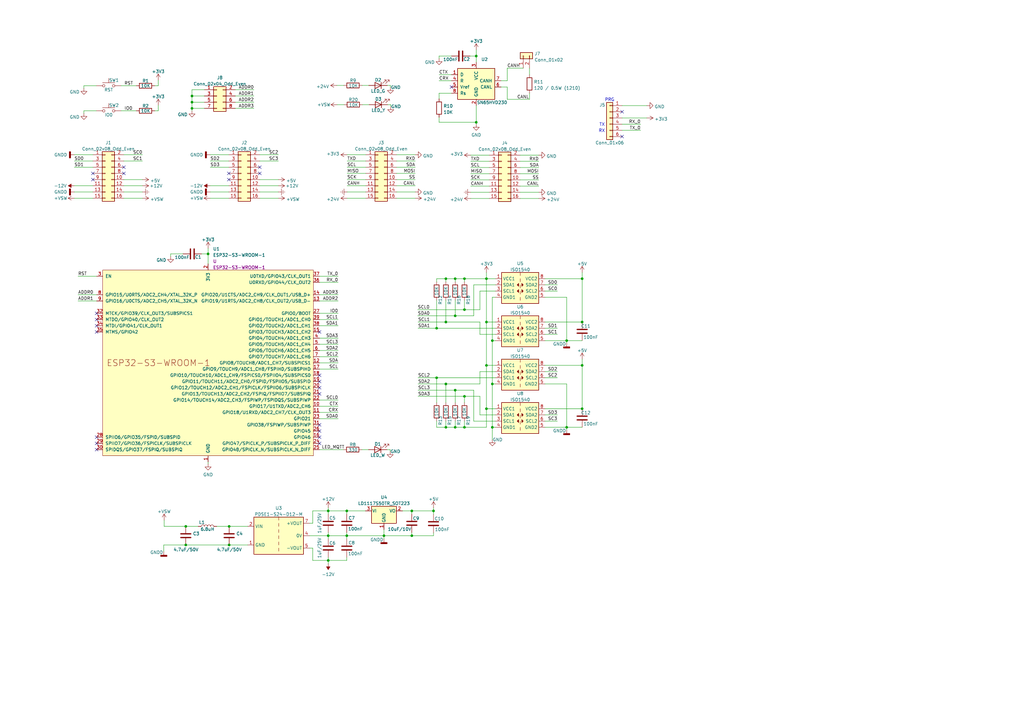
<source format=kicad_sch>
(kicad_sch (version 20211123) (generator eeschema)
  (paper "A3")
  (title_block (title "avert") (date "2023-05-10") (rev "1.2") (company "www.iotvertebrae.com") (comment 1 "Mechanical design: Xavier Pi") (comment 2 "Circuit & PCB design: Jordi Binefa"))
  (junction (at 190.5 162.56))
  (junction (at 142.24 219.71))
  (junction (at 190.5 127))
  (junction (at 195.326 50.165))
  (junction (at 182.88 157.48))
  (junction (at 76.2 215.9))
  (junction (at 201.93 175.26))
  (junction (at 201.93 139.7))
  (junction (at 186.69 129.54))
  (junction (at 179.07 134.62))
  (junction (at 186.69 175.26))
  (junction (at 199.517 132.08))
  (junction (at 238.76 167.64))
  (junction (at 168.91 209.55))
  (junction (at 186.69 160.02))
  (junction (at 199.517 167.64))
  (junction (at 93.98 223.52))
  (junction (at 182.88 132.08))
  (junction (at 134.62 229.87))
  (junction (at 182.88 175.26))
  (junction (at 142.24 209.55))
  (junction (at 199.517 149.86))
  (junction (at 232.41 139.7))
  (junction (at 134.62 209.55))
  (junction (at 93.98 215.9))
  (junction (at 157.48 219.71))
  (junction (at 179.07 154.94))
  (junction (at 238.76 132.08))
  (junction (at 78.74 39.37))
  (junction (at 76.2 223.52))
  (junction (at 182.88 114.3))
  (junction (at 85.344 104.14))
  (junction (at 168.91 219.71))
  (junction (at 177.8 209.55))
  (junction (at 238.76 114.3))
  (junction (at 134.62 219.71))
  (junction (at 186.69 114.3))
  (junction (at 78.74 44.45))
  (junction (at 190.5 114.3))
  (junction (at 238.76 149.86))
  (junction (at 232.41 175.26))
  (junction (at 199.517 114.3))
  (junction (at 195.326 22.987))
  (junction (at 78.74 41.91))
  (junction (at 201.93 157.48))
  (junction (at 190.5 175.26))
  (no_connect (at 131.064 136.144))
  (no_connect (at 39.624 179.324))
  (no_connect (at 38.1 73.66))
  (no_connect (at 131.064 174.244))
  (no_connect (at 255.143 45.847))
  (no_connect (at 255.143 56.007))
  (no_connect (at 39.624 128.524))
  (no_connect (at 131.064 159.004))
  (no_connect (at 50.8 68.58))
  (no_connect (at 93.853 73.66))
  (no_connect (at 131.064 153.924))
  (no_connect (at 39.624 184.404))
  (no_connect (at 106.553 71.12))
  (no_connect (at 39.624 131.064))
  (no_connect (at 38.1 71.12))
  (no_connect (at 39.624 136.144))
  (no_connect (at 39.624 133.604))
  (no_connect (at 39.624 181.864))
  (no_connect (at 50.8 71.12))
  (no_connect (at 106.553 68.58))
  (no_connect (at 131.064 176.784))
  (no_connect (at 131.064 179.324))
  (no_connect (at 131.064 161.544))
  (no_connect (at 93.853 71.12))
  (no_connect (at 131.064 181.864))
  (no_connect (at 131.064 156.464))
  (no_connect (at 185.166 35.687))
  (wire (pts (xy 78.74 44.45) (xy 83.82 44.45)))
  (wire (pts (xy 49.657 35.179) (xy 55.88 35.179)))
  (wire (pts (xy 149.987 66.04) (xy 142.367 66.04)))
  (wire (pts (xy 160.02 184.404) (xy 160.02 185.166)))
  (wire (pts (xy 177.8 208.28) (xy 177.8 209.55)))
  (wire (pts (xy 195.326 22.987) (xy 195.326 25.527)))
  (wire (pts (xy 223.52 175.26) (xy 232.41 175.26)))
  (wire (pts (xy 199.517 167.64) (xy 203.2 167.64)))
  (wire (pts (xy 200.66 63.627) (xy 193.04 63.627)))
  (wire (pts (xy 232.41 175.26) (xy 232.41 176.276)))
  (wire (pts (xy 142.24 229.87) (xy 134.62 229.87)))
  (wire (pts (xy 76.2 223.52) (xy 67.183 223.52)))
  (wire (pts (xy 149.86 209.55) (xy 142.24 209.55)))
  (wire (pts (xy 177.8 219.71) (xy 177.8 218.567)))
  (wire (pts (xy 134.62 208.28) (xy 134.62 209.55)))
  (wire (pts (xy 170.307 81.28) (xy 162.687 81.28)))
  (wire (pts (xy 182.88 123.19) (xy 182.88 132.08)))
  (wire (pts (xy 186.69 160.02) (xy 186.69 165.1)))
  (wire (pts (xy 34.417 45.466) (xy 34.417 46.482)))
  (wire (pts (xy 96.52 41.91) (xy 104.14 41.91)))
  (wire (pts (xy 142.24 228.6) (xy 142.24 229.87)))
  (wire (pts (xy 179.07 154.94) (xy 203.2 154.94)))
  (wire (pts (xy 131.064 184.404) (xy 140.843 184.404)))
  (wire (pts (xy 220.98 81.407) (xy 213.36 81.407)))
  (wire (pts (xy 142.24 218.44) (xy 142.24 219.71)))
  (wire (pts (xy 85.344 104.14) (xy 85.344 108.204)))
  (wire (pts (xy 223.52 152.4) (xy 228.6 152.4)))
  (wire (pts (xy 200.66 81.407) (xy 193.04 81.407)))
  (wire (pts (xy 50.8 76.2) (xy 58.42 76.2)))
  (wire (pts (xy 201.93 139.7) (xy 201.93 157.48)))
  (wire (pts (xy 182.88 157.48) (xy 196.85 157.48)))
  (wire (pts (xy 168.91 209.55) (xy 168.91 210.82)))
  (wire (pts (xy 238.76 111.76) (xy 238.76 114.3)))
  (wire (pts (xy 32.004 123.444) (xy 39.624 123.444)))
  (wire (pts (xy 170.307 78.74) (xy 162.687 78.74)))
  (wire (pts (xy 223.52 149.86) (xy 238.76 149.86)))
  (wire (pts (xy 138.303 42.926) (xy 141.097 42.926)))
  (wire (pts (xy 58.42 63.5) (xy 50.8 63.5)))
  (wire (pts (xy 170.307 73.66) (xy 162.687 73.66)))
  (wire (pts (xy 200.66 76.327) (xy 193.04 76.327)))
  (wire (pts (xy 149.987 73.66) (xy 142.367 73.66)))
  (wire (pts (xy 128.27 214.63) (xy 128.27 209.55)))
  (wire (pts (xy 131.064 131.064) (xy 138.684 131.064)))
  (wire (pts (xy 203.2 170.18) (xy 196.85 170.18)))
  (wire (pts (xy 201.93 121.92) (xy 203.2 121.92)))
  (wire (pts (xy 134.62 219.71) (xy 142.24 219.71)))
  (wire (pts (xy 128.27 209.55) (xy 134.62 209.55)))
  (wire (pts (xy 196.85 137.16) (xy 196.85 132.08)))
  (wire (pts (xy 69.977 104.14) (xy 69.977 105.156)))
  (wire (pts (xy 78.74 41.91) (xy 78.74 44.45)))
  (wire (pts (xy 93.853 78.74) (xy 86.233 78.74)))
  (wire (pts (xy 78.74 41.91) (xy 83.82 41.91)))
  (wire (pts (xy 232.41 139.7) (xy 232.41 121.92)))
  (wire (pts (xy 232.41 139.7) (xy 232.41 140.716)))
  (wire (pts (xy 255.143 53.467) (xy 262.763 53.467)))
  (wire (pts (xy 255.143 43.307) (xy 265.303 43.307)))
  (wire (pts (xy 190.5 172.72) (xy 190.5 175.26)))
  (wire (pts (xy 179.07 123.19) (xy 179.07 134.62)))
  (wire (pts (xy 168.91 219.71) (xy 168.91 218.44)))
  (wire (pts (xy 149.987 63.5) (xy 142.367 63.5)))
  (wire (pts (xy 82.677 104.14) (xy 85.344 104.14)))
  (wire (pts (xy 128.27 224.79) (xy 127 224.79)))
  (wire (pts (xy 131.064 166.624) (xy 138.684 166.624)))
  (wire (pts (xy 180.086 22.987) (xy 180.086 24.003)))
  (wire (pts (xy 179.07 154.94) (xy 179.07 165.1)))
  (wire (pts (xy 185.166 22.987) (xy 180.086 22.987)))
  (wire (pts (xy 78.74 36.83) (xy 78.74 39.37)))
  (wire (pts (xy 220.98 63.627) (xy 213.36 63.627)))
  (wire (pts (xy 131.064 143.764) (xy 138.684 143.764)))
  (wire (pts (xy 182.88 132.08) (xy 196.85 132.08)))
  (wire (pts (xy 232.41 175.26) (xy 232.41 157.48)))
  (wire (pts (xy 223.52 172.72) (xy 228.6 172.72)))
  (wire (pts (xy 205.486 33.147) (xy 208.026 33.147)))
  (wire (pts (xy 190.5 123.19) (xy 190.5 127)))
  (wire (pts (xy 131.064 164.084) (xy 138.684 164.084)))
  (wire (pts (xy 223.52 170.18) (xy 228.6 170.18)))
  (wire (pts (xy 223.52 154.94) (xy 228.6 154.94)))
  (wire (pts (xy 63.5 45.466) (xy 64.897 45.466)))
  (wire (pts (xy 223.52 167.64) (xy 238.76 167.64)))
  (wire (pts (xy 93.853 63.5) (xy 86.233 63.5)))
  (wire (pts (xy 238.76 149.86) (xy 238.76 167.64)))
  (wire (pts (xy 171.323 129.54) (xy 186.69 129.54)))
  (wire (pts (xy 223.52 116.84) (xy 228.6 116.84)))
  (wire (pts (xy 131.064 141.224) (xy 138.684 141.224)))
  (wire (pts (xy 199.517 114.3) (xy 203.2 114.3)))
  (wire (pts (xy 196.85 162.56) (xy 196.85 170.18)))
  (wire (pts (xy 223.52 139.7) (xy 232.41 139.7)))
  (wire (pts (xy 58.42 66.04) (xy 50.8 66.04)))
  (wire (pts (xy 127 214.63) (xy 128.27 214.63)))
  (wire (pts (xy 182.88 114.3) (xy 182.88 115.57)))
  (wire (pts (xy 200.66 78.867) (xy 193.04 78.867)))
  (wire (pts (xy 223.52 119.38) (xy 228.6 119.38)))
  (wire (pts (xy 220.98 68.707) (xy 213.36 68.707)))
  (wire (pts (xy 114.173 73.66) (xy 106.553 73.66)))
  (wire (pts (xy 39.497 35.179) (xy 34.417 35.179)))
  (wire (pts (xy 182.88 172.72) (xy 182.88 175.26)))
  (wire (pts (xy 179.07 175.26) (xy 182.88 175.26)))
  (wire (pts (xy 149.987 78.74) (xy 142.367 78.74)))
  (wire (pts (xy 186.69 114.3) (xy 190.5 114.3)))
  (wire (pts (xy 58.42 81.28) (xy 50.8 81.28)))
  (wire (pts (xy 134.62 219.71) (xy 134.62 220.98)))
  (wire (pts (xy 38.1 66.04) (xy 30.48 66.04)))
  (wire (pts (xy 180.086 30.607) (xy 185.166 30.607)))
  (wire (pts (xy 96.52 36.83) (xy 104.14 36.83)))
  (wire (pts (xy 203.2 119.38) (xy 196.85 119.38)))
  (wire (pts (xy 179.07 134.62) (xy 203.2 134.62)))
  (wire (pts (xy 186.69 114.3) (xy 186.69 115.57)))
  (wire (pts (xy 76.2 215.9) (xy 81.28 215.9)))
  (wire (pts (xy 134.62 218.44) (xy 134.62 219.71)))
  (wire (pts (xy 179.07 115.57) (xy 179.07 114.3)))
  (wire (pts (xy 170.307 63.5) (xy 162.687 63.5)))
  (wire (pts (xy 131.064 133.604) (xy 138.684 133.604)))
  (wire (pts (xy 158.877 35.052) (xy 160.147 35.052)))
  (wire (pts (xy 114.173 66.04) (xy 106.553 66.04)))
  (wire (pts (xy 180.086 48.133) (xy 180.086 50.165)))
  (wire (pts (xy 64.897 43.18) (xy 64.897 45.466)))
  (wire (pts (xy 157.48 217.17) (xy 157.48 219.71)))
  (wire (pts (xy 134.62 209.55) (xy 134.62 210.82)))
  (wire (pts (xy 171.45 132.08) (xy 182.88 132.08)))
  (wire (pts (xy 93.853 68.58) (xy 86.233 68.58)))
  (wire (pts (xy 38.1 63.5) (xy 30.48 63.5)))
  (wire (pts (xy 131.064 171.704) (xy 138.684 171.704)))
  (wire (pts (xy 131.064 169.164) (xy 138.684 169.164)))
  (wire (pts (xy 157.48 219.71) (xy 157.48 220.98)))
  (wire (pts (xy 93.98 223.52) (xy 101.6 223.52)))
  (wire (pts (xy 190.5 162.56) (xy 190.5 165.1)))
  (wire (pts (xy 180.086 33.147) (xy 185.166 33.147)))
  (wire (pts (xy 182.88 114.3) (xy 186.69 114.3)))
  (wire (pts (xy 88.9 215.9) (xy 93.98 215.9)))
  (wire (pts (xy 208.026 40.767) (xy 208.026 35.687)))
  (wire (pts (xy 194.31 172.72) (xy 203.2 172.72)))
  (wire (pts (xy 134.62 229.87) (xy 128.27 229.87)))
  (wire (pts (xy 200.66 73.787) (xy 193.04 73.787)))
  (wire (pts (xy 168.91 219.71) (xy 177.8 219.71)))
  (wire (pts (xy 200.66 66.167) (xy 193.04 66.167)))
  (wire (pts (xy 32.004 113.284) (xy 39.624 113.284)))
  (wire (pts (xy 38.1 68.58) (xy 30.48 68.58)))
  (wire (pts (xy 238.76 114.3) (xy 238.76 132.08)))
  (wire (pts (xy 131.064 151.384) (xy 138.684 151.384)))
  (wire (pts (xy 49.657 45.466) (xy 55.88 45.466)))
  (wire (pts (xy 199.517 167.64) (xy 199.517 175.26)))
  (wire (pts (xy 203.2 175.26) (xy 201.93 175.26)))
  (wire (pts (xy 223.52 137.16) (xy 228.6 137.16)))
  (wire (pts (xy 177.8 209.55) (xy 177.8 210.947)))
  (wire (pts (xy 208.026 27.94) (xy 208.026 33.147)))
  (wire (pts (xy 58.42 73.66) (xy 50.8 73.66)))
  (wire (pts (xy 78.74 39.37) (xy 83.82 39.37)))
  (wire (pts (xy 149.987 68.58) (xy 142.367 68.58)))
  (wire (pts (xy 85.344 189.484) (xy 85.344 190.246)))
  (wire (pts (xy 190.5 114.3) (xy 199.517 114.3)))
  (wire (pts (xy 220.98 78.867) (xy 213.36 78.867)))
  (wire (pts (xy 142.24 209.55) (xy 134.62 209.55)))
  (wire (pts (xy 38.1 76.2) (xy 30.48 76.2)))
  (wire (pts (xy 255.143 48.387) (xy 265.303 48.387)))
  (wire (pts (xy 223.52 132.08) (xy 238.76 132.08)))
  (wire (pts (xy 199.517 132.08) (xy 199.517 149.86)))
  (wire (pts (xy 182.88 157.48) (xy 182.88 165.1)))
  (wire (pts (xy 131.064 115.824) (xy 138.684 115.824)))
  (wire (pts (xy 64.897 32.893) (xy 64.897 35.179)))
  (wire (pts (xy 157.48 219.71) (xy 168.91 219.71)))
  (wire (pts (xy 93.98 215.9) (xy 101.6 215.9)))
  (wire (pts (xy 32.004 120.904) (xy 39.624 120.904)))
  (wire (pts (xy 199.517 111.76) (xy 199.517 114.3)))
  (wire (pts (xy 131.064 120.904) (xy 138.684 120.904)))
  (wire (pts (xy 168.91 209.55) (xy 177.8 209.55)))
  (wire (pts (xy 93.853 66.04) (xy 86.233 66.04)))
  (wire (pts (xy 170.307 68.58) (xy 162.687 68.58)))
  (wire (pts (xy 165.1 209.55) (xy 168.91 209.55)))
  (wire (pts (xy 128.27 229.87) (xy 128.27 224.79)))
  (wire (pts (xy 194.31 116.84) (xy 194.31 129.54)))
  (wire (pts (xy 203.2 152.4) (xy 196.85 152.4)))
  (wire (pts (xy 195.326 20.447) (xy 195.326 22.987)))
  (wire (pts (xy 195.326 50.165) (xy 195.326 50.927)))
  (wire (pts (xy 199.517 149.86) (xy 203.2 149.86)))
  (wire (pts (xy 39.497 45.466) (xy 34.417 45.466)))
  (wire (pts (xy 223.52 134.62) (xy 228.6 134.62)))
  (wire (pts (xy 85.344 101.854) (xy 85.344 104.14)))
  (wire (pts (xy 199.517 132.08) (xy 203.2 132.08)))
  (wire (pts (xy 171.45 162.56) (xy 190.5 162.56)))
  (wire (pts (xy 160.274 42.926) (xy 160.274 43.688)))
  (wire (pts (xy 208.026 35.687) (xy 205.486 35.687)))
  (wire (pts (xy 159.004 42.926) (xy 160.274 42.926)))
  (wire (pts (xy 208.026 40.767) (xy 217.17 40.767)))
  (wire (pts (xy 142.24 219.71) (xy 142.24 220.98)))
  (wire (pts (xy 96.52 39.37) (xy 104.14 39.37)))
  (wire (pts (xy 223.52 114.3) (xy 238.76 114.3)))
  (wire (pts (xy 83.82 36.83) (xy 78.74 36.83)))
  (wire (pts (xy 232.41 121.92) (xy 223.52 121.92)))
  (wire (pts (xy 190.5 162.56) (xy 196.85 162.56)))
  (wire (pts (xy 186.69 175.26) (xy 190.5 175.26)))
  (wire (pts (xy 195.326 43.307) (xy 195.326 50.165)))
  (wire (pts (xy 131.064 123.444) (xy 138.684 123.444)))
  (wire (pts (xy 171.45 154.94) (xy 179.07 154.94)))
  (wire (pts (xy 185.166 38.227) (xy 180.086 38.227)))
  (wire (pts (xy 232.41 175.26) (xy 238.76 175.26)))
  (wire (pts (xy 238.76 147.32) (xy 238.76 149.86)))
  (wire (pts (xy 203.2 137.16) (xy 196.85 137.16)))
  (wire (pts (xy 201.93 139.7) (xy 201.93 121.92)))
  (wire (pts (xy 76.2 215.9) (xy 67.31 215.9)))
  (wire (pts (xy 78.74 39.37) (xy 78.74 41.91)))
  (wire (pts (xy 93.853 81.28) (xy 86.233 81.28)))
  (wire (pts (xy 171.45 160.02) (xy 186.69 160.02)))
  (wire (pts (xy 199.517 114.3) (xy 199.517 132.08)))
  (wire (pts (xy 131.064 148.844) (xy 138.684 148.844)))
  (wire (pts (xy 255.143 50.927) (xy 262.763 50.927)))
  (wire (pts (xy 134.62 229.87) (xy 134.62 231.14)))
  (wire (pts (xy 186.69 172.72) (xy 186.69 175.26)))
  (wire (pts (xy 213.36 76.327) (xy 220.98 76.327)))
  (wire (pts (xy 171.45 157.48) (xy 182.88 157.48)))
  (wire (pts (xy 201.93 157.48) (xy 201.93 175.26)))
  (wire (pts (xy 217.17 38.227) (xy 217.17 40.767)))
  (wire (pts (xy 142.24 209.55) (xy 142.24 210.82)))
  (wire (pts (xy 149.987 76.2) (xy 142.367 76.2)))
  (wire (pts (xy 200.66 71.247) (xy 193.04 71.247)))
  (wire (pts (xy 93.853 76.2) (xy 86.233 76.2)))
  (wire (pts (xy 75.057 104.14) (xy 69.977 104.14)))
  (wire (pts (xy 58.42 78.74) (xy 50.8 78.74)))
  (wire (pts (xy 34.417 35.179) (xy 34.417 36.195)))
  (wire (pts (xy 171.323 127) (xy 190.5 127)))
  (wire (pts (xy 203.2 116.84) (xy 194.31 116.84)))
  (wire (pts (xy 217.17 27.94) (xy 217.17 30.607)))
  (wire (pts (xy 220.98 71.247) (xy 213.36 71.247)))
  (wire (pts (xy 158.75 184.404) (xy 160.02 184.404)))
  (wire (pts (xy 192.786 22.987) (xy 195.326 22.987)))
  (wire (pts (xy 199.517 175.26) (xy 190.5 175.26)))
  (wire (pts (xy 201.93 157.48) (xy 203.2 157.48)))
  (wire (pts (xy 131.064 113.284) (xy 138.684 113.284)))
  (wire (pts (xy 114.173 78.74) (xy 106.553 78.74)))
  (wire (pts (xy 67.183 223.52) (xy 67.183 226.187)))
  (wire (pts (xy 170.307 66.04) (xy 162.687 66.04)))
  (wire (pts (xy 38.1 78.74) (xy 30.48 78.74)))
  (wire (pts (xy 201.93 139.7) (xy 203.2 139.7)))
  (wire (pts (xy 186.69 160.02) (xy 194.31 160.02)))
  (wire (pts (xy 199.517 149.86) (xy 199.517 167.64)))
  (wire (pts (xy 179.07 172.72) (xy 179.07 175.26)))
  (wire (pts (xy 131.064 128.524) (xy 138.684 128.524)))
  (wire (pts (xy 232.41 139.7) (xy 238.76 139.7)))
  (wire (pts (xy 170.307 71.12) (xy 162.687 71.12)))
  (wire (pts (xy 201.93 175.26) (xy 201.93 180.34)))
  (wire (pts (xy 214.63 27.94) (xy 208.026 27.94)))
  (wire (pts (xy 220.98 73.787) (xy 213.36 73.787)))
  (wire (pts (xy 149.987 71.12) (xy 142.367 71.12)))
  (wire (pts (xy 200.66 68.707) (xy 193.04 68.707)))
  (wire (pts (xy 194.31 160.02) (xy 194.31 172.72)))
  (wire (pts (xy 220.98 66.167) (xy 213.36 66.167)))
  (wire (pts (xy 162.687 76.2) (xy 170.307 76.2)))
  (wire (pts (xy 148.717 42.926) (xy 151.384 42.926)))
  (wire (pts (xy 149.987 81.28) (xy 142.367 81.28)))
  (wire (pts (xy 148.59 35.052) (xy 151.257 35.052)))
  (wire (pts (xy 179.07 114.3) (xy 182.88 114.3)))
  (wire (pts (xy 186.69 123.19) (xy 186.69 129.54)))
  (wire (pts (xy 96.52 44.45) (xy 104.14 44.45)))
  (wire (pts (xy 171.45 134.62) (xy 179.07 134.62)))
  (wire (pts (xy 180.086 38.227) (xy 180.086 40.513)))
  (wire (pts (xy 160.147 35.052) (xy 160.147 35.814)))
  (wire (pts (xy 63.5 35.179) (xy 64.897 35.179)))
  (wire (pts (xy 180.086 50.165) (xy 195.326 50.165)))
  (wire (pts (xy 76.2 223.52) (xy 93.98 223.52)))
  (wire (pts (xy 67.31 215.9) (xy 67.31 213.36)))
  (wire (pts (xy 190.5 127) (xy 196.85 127)))
  (wire (pts (xy 38.1 81.28) (xy 30.48 81.28)))
  (wire (pts (xy 106.553 76.2) (xy 114.173 76.2)))
  (wire (pts (xy 142.24 219.71) (xy 157.48 219.71)))
  (wire (pts (xy 186.69 129.54) (xy 194.31 129.54)))
  (wire (pts (xy 196.85 119.38) (xy 196.85 127)))
  (wire (pts (xy 232.41 157.48) (xy 223.52 157.48)))
  (wire (pts (xy 131.064 146.304) (xy 138.684 146.304)))
  (wire (pts (xy 127 219.71) (xy 134.62 219.71)))
  (wire (pts (xy 190.5 114.3) (xy 190.5 115.57)))
  (wire (pts (xy 134.62 229.87) (xy 134.62 228.6)))
  (wire (pts (xy 114.173 81.28) (xy 106.553 81.28)))
  (wire (pts (xy 78.74 44.45) (xy 78.74 45.466)))
  (wire (pts (xy 138.176 35.052) (xy 140.97 35.052)))
  (wire (pts (xy 114.173 63.5) (xy 106.553 63.5)))
  (wire (pts (xy 182.88 175.26) (xy 186.69 175.26)))
  (wire (pts (xy 131.064 138.684) (xy 138.684 138.684)))
  (wire (pts (xy 196.85 152.4) (xy 196.85 157.48)))
  (wire (pts (xy 148.463 184.404) (xy 151.13 184.404)))
  (text "RX" (at 245.491 54.483 0) (effects (font (size 1.27 1.27)) (justify left bottom)))
  (text "TX" (at 245.745 51.943 0) (effects (font (size 1.27 1.27)) (justify left bottom)))
  (text "PRG" (at 248.031 41.783 0) (effects (font (size 1.27 1.27)) (justify left bottom)))
  (label "SCK" (at 142.367 73.66 0))
  (label "SCL3" (at 171.45 160.02 0))
  (label "CANH" (at 193.04 76.327 0))
  (label "SD2" (at 86.233 66.04 0))
  (label "TXD" (at 193.04 66.167 0))
  (label "RX_0" (at 138.684 115.824 180))
  (label "ADDR0" (at 104.14 36.83 180))
  (label "TXD" (at 142.367 66.04 0))
  (label "SS" (at 220.98 73.787 180))
  (label "CANH" (at 208.026 27.94 0))
  (label "SC3" (at 114.173 66.04 180))
  (label "SCL3" (at 138.684 141.224 180))
  (label "ADDR3" (at 138.684 120.904 180))
  (label "RXD" (at 220.98 66.167 180))
  (label "RST" (at 32.004 113.284 0))
  (label "TX_0" (at 138.684 113.284 180))
  (label "ADDR1" (at 104.14 39.37 180))
  (label "ADDR2" (at 138.684 123.444 180))
  (label "SD3" (at 86.233 68.58 0))
  (label "SCL1" (at 171.45 132.08 0))
  (label "SD0" (at 30.48 66.04 0))
  (label "ADDR2" (at 104.14 41.91 180))
  (label "SDA2" (at 171.45 157.48 0))
  (label "SDA3" (at 138.684 138.684 180))
  (label "SCL" (at 193.04 68.707 0))
  (label "SC2" (at 114.173 63.5 180))
  (label "RST" (at 54.61 35.179 180))
  (label "SD1" (at 30.48 68.58 0))
  (label "SDA2" (at 138.684 143.764 180))
  (label "SD1" (at 228.6 134.62 180))
  (label "SCL2" (at 138.684 146.304 180))
  (label "SD3" (at 228.6 170.18 180))
  (label "SC0" (at 58.42 63.5 180))
  (label "SC1" (at 58.42 66.04 180))
  (label "LED_MQTT" (at 131.953 184.404 0))
  (label "SCL2" (at 171.45 154.94 0))
  (label "SC2" (at 228.6 154.94 180))
  (label "SCL1" (at 138.684 131.064 180))
  (label "SC1" (at 228.6 137.16 180))
  (label "SCL0" (at 138.684 164.084 180))
  (label "MOSI" (at 170.307 71.12 180))
  (label "SCK" (at 193.04 73.787 0))
  (label "IO0" (at 138.684 128.524 180))
  (label "SDA1" (at 138.684 133.604 180))
  (label "ADDR0" (at 32.004 120.904 0))
  (label "SDA3" (at 171.45 162.56 0))
  (label "CRX" (at 180.086 33.147 0))
  (label "MISO" (at 142.367 71.12 0))
  (label "MOSI" (at 220.98 71.247 180))
  (label "CRX" (at 138.684 169.164 180))
  (label "SDA" (at 138.684 148.844 180))
  (label "RX_0" (at 262.763 50.927 180))
  (label "SCL0" (at 171.323 127 0))
  (label "RXD" (at 170.307 66.04 180))
  (label "SC3" (at 228.6 172.72 180))
  (label "CANH" (at 142.367 76.2 0))
  (label "SDA1" (at 171.45 134.62 0))
  (label "TX_0" (at 262.763 53.467 180))
  (label "CTX" (at 180.086 30.607 0))
  (label "CANL" (at 170.307 76.2 180))
  (label "ADDR3" (at 104.14 44.45 180))
  (label "SC0" (at 228.6 119.38 180))
  (label "MISO" (at 193.04 71.247 0))
  (label "SDA" (at 220.98 68.707 180))
  (label "SS" (at 170.307 73.66 180))
  (label "IO0" (at 54.356 45.466 180))
  (label "SCL" (at 138.684 151.384 180))
  (label "CANL" (at 220.98 76.327 180))
  (label "CANL" (at 212.09 40.767 0))
  (label "SDA0" (at 138.684 171.704 180))
  (label "SDA" (at 170.307 68.58 180))
  (label "CTX" (at 138.684 166.624 180))
  (label "SD2" (at 228.6 152.4 180))
  (label "SCL" (at 142.367 68.58 0))
  (label "SDA0" (at 171.323 129.54 0))
  (label "SD0" (at 228.6 116.84 180))
  (label "ADDR1" (at 32.004 123.444 0))
  (symbol (lib_id "ecat02_Library:PDSE1-S24-D12-M") (at 114.3 219.71 0) (unit 1)
    (property "Reference" "U3" (at 114.3 208.3902 0))
    (property "Value" "PDSE1-S24-D12-M" (at 114.3 210.9271 0))
    (property "Footprint" "Cui_Converter_DCDC:PDESE1-S24-D12-M" (effects hide))
    (property "Datasheet" "https://www.cui.com/product/resource/pdse1-m.pdf" (effects hide))
  )
  (symbol (lib_id "Connector_Generic:Conn_02x04_Odd_Even") (at 88.9 39.37 0) (unit 1)
    (property "Reference" "J8" (at 90.17 31.8602 0))
    (property "Value" "Conn_02x04_Odd_Even" (at 90.17 34.3971 0))
    (property "Footprint" "Connector_PinHeader_2.54mm:PinHeader_2x04_P2.54mm_Vertical" (effects hide))
  )
  (symbol (lib_id "power:+5V") (at 238.76 111.76 0) (unit 1)
    (property "Reference" "#PWR060" (effects hide))
    (property "Value" "+5V" (at 238.76 108.1842 0))
  )
  (symbol (lib_id "Connector_Generic:Conn_01x06") (at 250.063 48.387 0) (mirror y) (unit 1)
    (property "Reference" "J5" (at 247.015 43.053 0))
    (property "Value" "Conn_01x06" (at 250.063 58.547 0))
    (property "Footprint" "Connector_PinSocket_2.54mm:PinSocket_1x06_P2.54mm_Vertical" (effects hide))
  )
  (symbol (lib_id "Regulator_Linear:LD1117S50TR_SOT223") (at 157.48 209.55 0) (unit 1)
    (property "Reference" "U4" (at 157.48 203.9452 0))
    (property "Value" "LD1117S50TR_SOT223" (at 157.48 206.4821 0))
    (property "Footprint" "Package_TO_SOT_SMD:SOT-223-3_TabPin2" (effects hide))
    (property "Datasheet" "http://www.st.com/st-web-ui/static/active/en/resource/technical/document/datasheet/CD00000544.pdf" (effects hide))
  )
  (symbol (lib_id "Device:R") (at 144.907 42.926 90) (unit 1)
    (property "Reference" "R20" (at 144.907 40.894 90))
    (property "Value" "10K" (at 145.034 43.053 90))
    (property "Footprint" "Resistor_SMD:R_0805_2012Metric_Pad1.20x1.40mm_HandSolder" (effects hide))
  )
  (symbol (lib_id "power:+3V3") (at 142.367 63.5 90) (unit 1)
    (property "Reference" "#PWR029" (effects hide))
    (property "Value" "+3V3" (at 139.192 63.0662 90) (effects (justify left)))
  )
  (symbol (lib_id "power:GNDD") (at 30.48 78.74 270) (unit 1)
    (property "Reference" "#PWR03" (effects hide))
    (property "Value" "GNDD" (at 24.892 78.74 90))
  )
  (symbol (lib_id "Connector_Generic:Conn_02x08_Odd_Even") (at 43.18 71.12 0) (unit 1)
    (property "Reference" "J1" (at 44.45 58.5302 0))
    (property "Value" "Conn_02x08_Odd_Even" (at 44.45 61.0671 0))
    (property "Footprint" "Connector_IDC:IDC-Header_2x08_P2.54mm_Vertical" (effects hide))
  )
  (symbol (lib_id "power:-12V") (at 134.62 231.14 180) (unit 1)
    (property "Reference" "#PWR053" (effects hide))
    (property "Value" "-12V" (at 134.62 235.5834 0))
  )
  (symbol (lib_id "Device:C") (at 188.976 22.987 90) (unit 1)
    (property "Reference" "C2" (at 191.389 24.257 90))
    (property "Value" "100nF" (at 184.785 24.384 90))
    (property "Footprint" "Capacitor_SMD:C_0805_2012Metric_Pad1.18x1.45mm_HandSolder" (effects hide))
  )
  (symbol (lib_id "power:GND") (at 34.417 36.195 0) (unit 1)
    (property "Reference" "#PWR05" (effects hide))
    (property "Value" "GND" (at 30.607 37.719 0))
  )
  (symbol (lib_id "power:+VSW") (at 138.303 42.926 90) (unit 1)
    (property "Reference" "#PWR0101" (effects hide))
    (property "Value" "+VSW" (at 130.048 42.926 90) (effects (justify right)))
  )
  (symbol (lib_id "Device:C") (at 134.62 224.79 0) (unit 1)
    (property "Reference" "C6" (at 135.001 222.758 0) (effects (justify left)))
    (property "Value" "1uF/25V" (at 131.064 228.981 90) (effects (justify left)))
    (property "Footprint" "Capacitor_SMD:C_0805_2012Metric_Pad1.18x1.45mm_HandSolder" (effects hide))
  )
  (symbol (lib_id "power:GND") (at 220.98 78.867 90) (unit 1)
    (property "Reference" "#PWR044" (effects hide))
    (property "Value" "GND" (at 224.155 79.3008 90) (effects (justify right)))
  )
  (symbol (lib_id "power:+5V") (at 114.173 73.66 270) (unit 1)
    (property "Reference" "#PWR026" (effects hide))
    (property "Value" "+5V" (at 117.348 74.0938 90) (effects (justify left)))
  )
  (symbol (lib_id "power:GND") (at 85.344 190.246 0) (unit 1)
    (property "Reference" "#PWR018" (effects hide))
    (property "Value" "GND" (at 85.344 194.6894 0))
  )
  (symbol (lib_id "power:Earth") (at 193.04 78.867 270) (unit 1)
    (property "Reference" "#PWR039" (effects hide))
    (property "Value" "Earth" (effects hide))
  )
  (symbol (lib_id "Device:R") (at 144.78 35.052 90) (unit 1)
    (property "Reference" "R9" (at 144.78 33.02 90))
    (property "Value" "10K" (at 144.907 35.179 90))
    (property "Footprint" "Resistor_SMD:R_0805_2012Metric_Pad1.20x1.40mm_HandSolder" (effects hide))
  )
  (symbol (lib_id "power:+24V") (at 138.176 35.052 90) (unit 1)
    (property "Reference" "#PWR028" (effects hide))
    (property "Value" "+24V" (at 135.001 35.4858 90) (effects (justify left)))
  )
  (symbol (lib_id "power:GND") (at 78.74 45.466 0) (unit 1)
    (property "Reference" "#PWR016" (effects hide))
    (property "Value" "GND" (at 74.93 46.99 0))
  )
  (symbol (lib_id "power:+24V") (at 142.367 81.28 90) (unit 1)
    (property "Reference" "#PWR031" (effects hide))
    (property "Value" "+24V" (at 139.192 81.7138 90) (effects (justify left)))
  )
  (symbol (lib_id "power:GND") (at 160.02 185.166 0) (unit 1)
    (property "Reference" "#PWR032" (effects hide))
    (property "Value" "GND" (at 162.179 185.166 0))
  )
  (symbol (lib_id "Device:C") (at 238.76 171.45 180) (unit 1)
    (property "Reference" "C12" (at 240.284 169.291 0))
    (property "Value" "100nF" (at 242.316 173.863 0))
    (property "Footprint" "Capacitor_SMD:C_0805_2012Metric_Pad1.18x1.45mm_HandSolder" (effects hide))
  )
  (symbol (lib_id "power:+5V") (at 177.8 208.28 0) (unit 1)
    (property "Reference" "#PWR055" (effects hide))
    (property "Value" "+5V" (at 177.8 204.7042 0))
  )
  (symbol (lib_id "Switch:SW_Push") (at 44.577 45.466 0) (unit 1)
    (property "Reference" "SW2" (at 46.736 43.18 0))
    (property "Value" "IO0" (at 44.577 47.117 0))
    (property "Footprint" "Button_Switch_SMD:SW_SPST_CK_RS282G05A3" (effects hide))
  )
  (symbol (lib_id "Device:R") (at 179.07 119.38 0) (unit 1)
    (property "Reference" "R12" (at 180.594 124.968 90) (effects (justify left)))
    (property "Value" "10K" (at 179.07 121.285 90) (effects (justify left)))
    (property "Footprint" "Resistor_SMD:R_0805_2012Metric_Pad1.20x1.40mm_HandSolder" (effects hide))
  )
  (symbol (lib_id "Device:LED") (at 154.94 184.404 180) (unit 1)
    (property "Reference" "D1" (at 154.94 182.118 0))
    (property "Value" "LED_W" (at 154.94 186.69 0))
    (property "Footprint" "LED_SMD:LED_1206_3216Metric_Pad1.42x1.75mm_HandSolder" (effects hide))
  )
  (symbol (lib_id "power:+5V") (at 238.76 147.32 0) (unit 1)
    (property "Reference" "#PWR061" (effects hide))
    (property "Value" "+5V" (at 238.76 143.7442 0))
  )
  (symbol (lib_id "Isolator:ISO1540") (at 213.36 152.4 0) (unit 1)
    (property "Reference" "U7" (at 213.36 143.6202 0))
    (property "Value" "ISO1540" (at 213.36 146.1571 0))
    (property "Footprint" "Package_SO:SOIC-8_3.9x4.9mm_P1.27mm" (effects hide))
    (property "Datasheet" "http://www.ti.com/lit/ds/symlink/iso1541.pdf" (effects hide))
  )
  (symbol (lib_id "Device:R") (at 186.69 119.38 0) (unit 1)
    (property "Reference" "R16" (at 188.214 124.968 90) (effects (justify left)))
    (property "Value" "10K" (at 186.69 121.285 90) (effects (justify left)))
    (property "Footprint" "Resistor_SMD:R_0805_2012Metric_Pad1.20x1.40mm_HandSolder" (effects hide))
  )
  (symbol (lib_id "power:GND") (at 180.086 24.003 0) (unit 1)
    (property "Reference" "#PWR037" (effects hide))
    (property "Value" "GND" (at 176.276 25.527 0))
  )
  (symbol (lib_id "power:+12V") (at 134.62 208.28 0) (unit 1)
    (property "Reference" "#PWR052" (effects hide))
    (property "Value" "+12V" (at 134.62 204.7042 0))
  )
  (symbol (lib_id "power:GND") (at 195.326 50.927 0) (unit 1)
    (property "Reference" "#PWR042" (effects hide))
    (property "Value" "GND" (at 195.326 55.3704 0))
  )
  (symbol (lib_id "Connector_Generic:Conn_02x08_Odd_Even") (at 98.933 71.12 0) (unit 1)
    (property "Reference" "J2" (at 100.203 58.5302 0))
    (property "Value" "Conn_02x08_Odd_Even" (at 100.203 61.0671 0))
    (property "Footprint" "Connector_IDC:IDC-Header_2x08_P2.54mm_Vertical" (effects hide))
  )
  (symbol (lib_id "Device:C") (at 134.62 214.63 0) (unit 1)
    (property "Reference" "C5" (at 135.001 212.471 0) (effects (justify left)))
    (property "Value" "1uF/25V" (at 131.064 218.821 90) (effects (justify left)))
    (property "Footprint" "Capacitor_SMD:C_0805_2012Metric_Pad1.18x1.45mm_HandSolder" (effects hide))
  )
  (symbol (lib_id "power:GND") (at 160.147 35.814 0) (unit 1)
    (property "Reference" "#PWR033" (effects hide))
    (property "Value" "GND" (at 162.306 35.814 0))
  )
  (symbol (lib_id "power:GNDD") (at 30.48 63.5 270) (unit 1)
    (property "Reference" "#PWR01" (effects hide))
    (property "Value" "GNDD" (at 24.892 63.5 90))
  )
  (symbol (lib_id "Device:R") (at 180.086 44.323 0) (unit 1)
    (property "Reference" "R10" (at 181.864 43.4883 0) (effects (justify left)))
    (property "Value" "10K" (at 181.864 46.0252 0) (effects (justify left)))
    (property "Footprint" "Resistor_SMD:R_0805_2012Metric_Pad1.20x1.40mm_HandSolder" (effects hide))
  )
  (symbol (lib_id "Interface_CAN_LIN:SN65HVD230") (at 195.326 33.147 0) (unit 1)
    (property "Reference" "U2" (at 197.3454 24.3672 0) (effects (justify left)))
    (property "Value" "SN65HVD230" (at 195.58 42.037 0) (effects (justify left)))
    (property "Footprint" "Package_SO:SOIC-8_3.9x4.9mm_P1.27mm" (effects hide))
    (property "Datasheet" "http://www.ti.com/lit/ds/symlink/sn65hvd230.pdf" (effects hide))
  )
  (symbol (lib_id "power:+VSW") (at 58.42 81.28 270) (unit 1)
    (property "Reference" "#PWR011" (effects hide))
    (property "Value" "+VSW" (at 61.595 81.7138 90) (effects (justify left)))
  )
  (symbol (lib_id "Device:R") (at 217.17 34.417 0) (unit 1)
    (property "Reference" "R11" (at 218.948 33.5823 0) (effects (justify left)))
    (property "Value" "120 / 0.5W (1210)" (at 218.948 36.1192 0) (effects (justify left)))
    (property "Footprint" "Resistor_SMD:R_1210_3225Metric_Pad1.30x2.65mm_HandSolder" (effects hide))
  )
  (symbol (lib_id "power:+12V") (at 114.173 76.2 270) (unit 1)
    (property "Reference" "#PWR027" (effects hide))
    (property "Value" "+12V" (at 122.428 76.2 90) (effects (justify right)))
  )
  (symbol (lib_id "power:+12V") (at 58.42 76.2 270) (unit 1)
    (property "Reference" "#PWR09" (effects hide))
    (property "Value" "+12V" (at 66.675 76.2 90) (effects (justify right)))
  )
  (symbol (lib_id "power:GND") (at 34.417 46.482 0) (unit 1)
    (property "Reference" "#PWR06" (effects hide))
    (property "Value" "GND" (at 30.607 48.006 0))
  )
  (symbol (lib_id "Device:R") (at 179.07 168.91 0) (unit 1)
    (property "Reference" "R13" (at 180.594 174.498 90) (effects (justify left)))
    (property "Value" "10K" (at 179.07 170.815 90) (effects (justify left)))
    (property "Footprint" "Resistor_SMD:R_0805_2012Metric_Pad1.20x1.40mm_HandSolder" (effects hide))
  )
  (symbol (lib_id "power:+3V3") (at 64.897 32.893 0) (unit 1)
    (property "Reference" "#PWR012" (effects hide))
    (property "Value" "+3V3" (at 64.897 29.3172 0))
  )
  (symbol (lib_id "Espressif:ESP32-S3-WROOM-1") (at 85.344 148.844 0) (unit 1)
    (property "Reference" "U1" (at 87.3634 102.0974 0) (effects (justify left)))
    (property "Value" "ESP32-S3-WROOM-1" (at 87.3634 104.6343 0) (effects (justify left)))
    (property "Footprint" "Espressif:ESP32-S3-WROOM-1U" (effects hide))
    (property "Reference_1" "U" (at 87.3634 107.1712 0) (effects (justify left)))
    (property "Value_1" "ESP32-S3-WROOM-1" (at 87.3634 109.7081 0) (effects (justify left)))
    (property "Footprint_1" "Espressif:ESP32-S3-WROOM-1" (effects hide))
    (property "Datasheet_1" "https://www.espressif.com/sites/default/files/documentation/esp32-s3-wroom-1_wroom-1u_datasheet_en.pdf" (effects hide))
  )
  (symbol (lib_id "Connector_Generic:Conn_02x08_Odd_Even") (at 155.067 71.12 0) (unit 1)
    (property "Reference" "J3" (at 156.337 58.5302 0))
    (property "Value" "Conn_02x08_Odd_Even" (at 156.337 61.0671 0))
    (property "Footprint" "Connector_IDC:IDC-Header_2x08_P2.54mm_Vertical" (effects hide))
  )
  (symbol (lib_id "power:GNDD") (at 86.233 63.5 270) (unit 1)
    (property "Reference" "#PWR021" (effects hide))
    (property "Value" "GNDD" (at 80.645 63.5 90))
  )
  (symbol (lib_id "power:GND") (at 160.274 43.688 0) (unit 1)
    (property "Reference" "#PWR0102" (effects hide))
    (property "Value" "GND" (at 162.433 43.688 0))
  )
  (symbol (lib_id "power:GNDD") (at 232.41 176.276 0) (unit 1)
    (property "Reference" "#PWR059" (effects hide))
    (property "Value" "GNDD" (at 229.489 176.657 0))
  )
  (symbol (lib_id "Device:C") (at 177.8 214.757 0) (unit 1)
    (property "Reference" "C10" (at 178.181 212.725 0) (effects (justify left)))
    (property "Value" "100nF" (at 178.308 217.17 0) (effects (justify left)))
    (property "Footprint" "Capacitor_SMD:C_0805_2012Metric_Pad1.18x1.45mm_HandSolder" (effects hide))
  )
  (symbol (lib_id "power:GNDD") (at 157.48 220.98 0) (unit 1)
    (property "Reference" "#PWR054" (effects hide))
    (property "Value" "GNDD" (at 154.559 221.361 0))
  )
  (symbol (lib_id "power:+VSW") (at 30.48 81.28 90) (unit 1)
    (property "Reference" "#PWR04" (effects hide))
    (property "Value" "+VSW" (at 22.098 81.28 90) (effects (justify right)))
  )
  (symbol (lib_id "Device:C") (at 168.91 214.63 0) (unit 1)
    (property "Reference" "C9" (at 169.291 212.598 0) (effects (justify left)))
    (property "Value" "10uF/10V" (at 159.004 217.043 0) (effects (justify left)))
    (property "Footprint" "Capacitor_SMD:C_0805_2012Metric_Pad1.18x1.45mm_HandSolder" (effects hide))
  )
  (symbol (lib_id "Device:R") (at 190.5 168.91 0) (unit 1)
    (property "Reference" "R19" (at 192.024 174.498 90) (effects (justify left)))
    (property "Value" "10K" (at 190.5 170.815 90) (effects (justify left)))
    (property "Footprint" "Resistor_SMD:R_0805_2012Metric_Pad1.20x1.40mm_HandSolder" (effects hide))
  )
  (symbol (lib_id "Device:LED") (at 155.067 35.052 180) (unit 1)
    (property "Reference" "D2" (at 155.067 32.766 0))
    (property "Value" "LED_G" (at 155.067 37.338 0))
    (property "Footprint" "LED_SMD:LED_1206_3216Metric_Pad1.42x1.75mm_HandSolder" (effects hide))
  )
  (symbol (lib_id "power:Earth") (at 142.367 78.74 270) (unit 1)
    (property "Reference" "#PWR030" (effects hide))
    (property "Value" "Earth" (effects hide))
  )
  (symbol (lib_id "Device:L") (at 85.09 215.9 90) (unit 1)
    (property "Reference" "L1" (at 82.804 214.249 90))
    (property "Value" "6.8uH" (at 85.09 217.043 90))
    (property "Footprint" "Inductor_SMD:L_Bourns_SRP7028A_7.3x6.6mm" (effects hide))
  )
  (symbol (lib_id "power:+3V3") (at 193.04 63.627 90) (unit 1)
    (property "Reference" "#PWR038" (effects hide))
    (property "Value" "+3V3" (at 189.865 63.1932 90) (effects (justify left)))
  )
  (symbol (lib_id "Connector_Generic:Conn_02x08_Odd_Even") (at 205.74 71.247 0) (unit 1)
    (property "Reference" "J4" (at 207.01 58.6572 0))
    (property "Value" "Conn_02x08_Odd_Even" (at 207.01 61.1941 0))
    (property "Footprint" "Connector_IDC:IDC-Header_2x08_P2.54mm_Vertical" (effects hide))
  )
  (symbol (lib_id "power:+3V3") (at 265.303 48.387 270) (unit 1)
    (property "Reference" "#PWR047" (effects hide))
    (property "Value" "+3V3" (at 268.478 48.8208 90) (effects (justify left)))
  )
  (symbol (lib_id "power:+3V3") (at 64.897 43.18 0) (unit 1)
    (property "Reference" "#PWR013" (effects hide))
    (property "Value" "+3V3" (at 64.897 39.6042 0))
  )
  (symbol (lib_id "power:GNDD") (at 67.183 226.187 0) (unit 1)
    (property "Reference" "#PWR019" (effects hide))
    (property "Value" "GNDD" (at 64.262 226.568 0))
  )
  (symbol (lib_id "power:Earth") (at 114.173 78.74 90) (unit 1)
    (property "Reference" "#PWR050" (effects hide))
    (property "Value" "Earth" (effects hide))
  )
  (symbol (lib_id "power:+24V") (at 193.04 81.407 90) (unit 1)
    (property "Reference" "#PWR040" (effects hide))
    (property "Value" "+24V" (at 189.865 81.8408 90) (effects (justify left)))
  )
  (symbol (lib_id "Connector_Generic:Conn_01x02") (at 214.63 22.86 90) (unit 1)
    (property "Reference" "J7" (at 219.202 22.0253 90) (effects (justify right)))
    (property "Value" "Conn_01x02" (at 219.202 24.5622 90) (effects (justify right)))
    (property "Footprint" "Connector_PinHeader_2.54mm:PinHeader_1x02_P2.54mm_Vertical" (effects hide))
  )
  (symbol (lib_id "Device:C") (at 142.24 214.63 0) (unit 1)
    (property "Reference" "C7" (at 142.875 212.471 0) (effects (justify left)))
    (property "Value" "100nF" (at 142.748 216.916 0) (effects (justify left)))
    (property "Footprint" "Capacitor_SMD:C_0805_2012Metric_Pad1.18x1.45mm_HandSolder" (effects hide))
  )
  (symbol (lib_id "power:GNDD") (at 232.41 140.716 0) (unit 1)
    (property "Reference" "#PWR058" (effects hide))
    (property "Value" "GNDD" (at 229.489 141.097 0))
  )
  (symbol (lib_id "Isolator:ISO1540") (at 213.36 134.62 0) (unit 1)
    (property "Reference" "U6" (at 213.36 125.8402 0))
    (property "Value" "ISO1540" (at 213.36 128.3771 0))
    (property "Footprint" "Package_SO:SOIC-8_3.9x4.9mm_P1.27mm" (effects hide))
    (property "Datasheet" "http://www.ti.com/lit/ds/symlink/iso1541.pdf" (effects hide))
  )
  (symbol (lib_id "power:Earth") (at 58.42 78.74 90) (unit 1)
    (property "Reference" "#PWR010" (effects hide))
    (property "Value" "Earth" (effects hide))
  )
  (symbol (lib_id "power:-12V") (at 30.48 76.2 90) (unit 1)
    (property "Reference" "#PWR02" (effects hide))
    (property "Value" "-12V" (at 22.098 76.2 90) (effects (justify right)))
  )
  (symbol (lib_id "Device:R") (at 59.69 45.466 90) (unit 1)
    (property "Reference" "R2" (at 59.69 43.434 90))
    (property "Value" "10K" (at 59.69 45.466 90))
    (property "Footprint" "Resistor_SMD:R_0805_2012Metric_Pad1.20x1.40mm_HandSolder" (effects hide))
  )
  (symbol (lib_id "Device:R") (at 186.69 168.91 0) (unit 1)
    (property "Reference" "R17" (at 188.214 174.498 90) (effects (justify left)))
    (property "Value" "10K" (at 186.69 170.815 90) (effects (justify left)))
    (property "Footprint" "Resistor_SMD:R_0805_2012Metric_Pad1.20x1.40mm_HandSolder" (effects hide))
  )
  (symbol (lib_id "power:+3V3") (at 195.326 20.447 0) (unit 1)
    (property "Reference" "#PWR041" (effects hide))
    (property "Value" "+3V3" (at 195.326 16.8712 0))
  )
  (symbol (lib_id "power:+3V3") (at 85.344 101.854 0) (unit 1)
    (property "Reference" "#PWR017" (effects hide))
    (property "Value" "+3V3" (at 85.344 98.2782 0))
  )
  (symbol (lib_id "Device:R") (at 182.88 168.91 0) (unit 1)
    (property "Reference" "R15" (at 184.404 174.498 90) (effects (justify left)))
    (property "Value" "10K" (at 182.88 170.815 90) (effects (justify left)))
    (property "Footprint" "Resistor_SMD:R_0805_2012Metric_Pad1.20x1.40mm_HandSolder" (effects hide))
  )
  (symbol (lib_id "power:+VSW") (at 114.173 81.28 270) (unit 1)
    (property "Reference" "#PWR051" (effects hide))
    (property "Value" "+VSW" (at 117.348 81.7138 90) (effects (justify left)))
  )
  (symbol (lib_id "power:+VSW") (at 86.233 81.28 90) (unit 1)
    (property "Reference" "#PWR025" (effects hide))
    (property "Value" "+VSW" (at 77.851 81.28 90) (effects (justify right)))
  )
  (symbol (lib_id "power:GND") (at 170.307 63.5 90) (unit 1)
    (property "Reference" "#PWR034" (effects hide))
    (property "Value" "GND" (at 173.482 63.9338 90) (effects (justify right)))
  )
  (symbol (lib_id "Switch:SW_Push") (at 44.577 35.179 0) (unit 1)
    (property "Reference" "SW1" (at 46.736 32.893 0))
    (property "Value" "RST" (at 44.577 36.83 0))
    (property "Footprint" "Button_Switch_SMD:SW_SPST_CK_RS282G05A3" (effects hide))
  )
  (symbol (lib_id "power:GND") (at 265.303 43.307 90) (unit 1)
    (property "Reference" "#PWR046" (effects hide))
    (property "Value" "GND" (at 268.478 43.7408 90) (effects (justify right)))
  )
  (symbol (lib_id "Device:LED") (at 155.194 42.926 180) (unit 1)
    (property "Reference" "D3" (at 155.194 40.64 0))
    (property "Value" "LED_Y" (at 155.194 45.212 0))
    (property "Footprint" "LED_SMD:LED_1206_3216Metric_Pad1.42x1.75mm_HandSolder" (effects hide))
  )
  (symbol (lib_id "Device:C") (at 78.867 104.14 90) (unit 1)
    (property "Reference" "C1" (at 81.28 105.41 90))
    (property "Value" "100nF" (at 74.676 105.537 90))
    (property "Footprint" "Capacitor_SMD:C_0805_2012Metric_Pad1.18x1.45mm_HandSolder" (effects hide))
  )
  (symbol (lib_id "Device:C") (at 238.76 135.89 180) (unit 1)
    (property "Reference" "C11" (at 240.284 133.731 0))
    (property "Value" "100nF" (at 242.316 138.303 0))
    (property "Footprint" "Capacitor_SMD:C_0805_2012Metric_Pad1.18x1.45mm_HandSolder" (effects hide))
  )
  (symbol (lib_id "Device:R") (at 144.653 184.404 90) (unit 1)
    (property "Reference" "R8" (at 144.653 182.372 90))
    (property "Value" "330" (at 144.78 184.531 90))
    (property "Footprint" "Resistor_SMD:R_0805_2012Metric_Pad1.20x1.40mm_HandSolder" (effects hide))
  )
  (symbol (lib_id "Isolator:ISO1540") (at 213.36 170.18 0) (unit 1)
    (property "Reference" "U8" (at 213.36 161.4002 0))
    (property "Value" "ISO1540" (at 213.36 163.9371 0))
    (property "Footprint" "Package_SO:SOIC-8_3.9x4.9mm_P1.27mm" (effects hide))
    (property "Datasheet" "http://www.ti.com/lit/ds/symlink/iso1541.pdf" (effects hide))
  )
  (symbol (lib_id "power:+VSW") (at 67.31 213.36 0) (unit 1)
    (property "Reference" "#PWR020" (effects hide))
    (property "Value" "+VSW" (at 67.31 209.7842 0))
  )
  (symbol (lib_id "power:GND") (at 220.98 63.627 90) (unit 1)
    (property "Reference" "#PWR043" (effects hide))
    (property "Value" "GND" (at 224.155 64.0608 90) (effects (justify right)))
  )
  (symbol (lib_id "power:GND") (at 69.977 105.156 0) (unit 1)
    (property "Reference" "#PWR015" (effects hide))
    (property "Value" "GND" (at 66.167 106.68 0))
  )
  (symbol (lib_id "Device:C") (at 142.24 224.79 0) (unit 1)
    (property "Reference" "C8" (at 142.875 222.631 0) (effects (justify left)))
    (property "Value" "100nF" (at 142.748 227.076 0) (effects (justify left)))
    (property "Footprint" "Capacitor_SMD:C_0805_2012Metric_Pad1.18x1.45mm_HandSolder" (effects hide))
  )
  (symbol (lib_id "power:GND") (at 201.93 180.34 0) (unit 1)
    (property "Reference" "#PWR057" (effects hide))
    (property "Value" "GND" (at 204.089 180.34 0))
  )
  (symbol (lib_id "power:+3V3") (at 199.517 111.76 0) (unit 1)
    (property "Reference" "#PWR056" (effects hide))
    (property "Value" "+3V3" (at 199.517 108.1842 0))
  )
  (symbol (lib_id "power:-12V") (at 86.233 76.2 90) (unit 1)
    (property "Reference" "#PWR022" (effects hide))
    (property "Value" "-12V" (at 77.851 76.2 90) (effects (justify right)))
  )
  (symbol (lib_id "power:GNDD") (at 86.233 78.74 270) (unit 1)
    (property "Reference" "#PWR024" (effects hide))
    (property "Value" "GNDD" (at 80.645 78.74 90))
  )
  (symbol (lib_id "Device:R") (at 59.69 35.179 90) (unit 1)
    (property "Reference" "R1" (at 59.69 33.147 90))
    (property "Value" "10K" (at 59.69 35.179 90))
    (property "Footprint" "Resistor_SMD:R_0805_2012Metric_Pad1.20x1.40mm_HandSolder" (effects hide))
  )
  (symbol (lib_id "Device:R") (at 190.5 119.38 0) (unit 1)
    (property "Reference" "R18" (at 192.024 124.968 90) (effects (justify left)))
    (property "Value" "10K" (at 190.5 121.285 90) (effects (justify left)))
    (property "Footprint" "Resistor_SMD:R_0805_2012Metric_Pad1.20x1.40mm_HandSolder" (effects hide))
  )
  (symbol (lib_id "Device:R") (at 182.88 119.38 0) (unit 1)
    (property "Reference" "R14" (at 184.404 124.968 90) (effects (justify left)))
    (property "Value" "10K" (at 182.88 121.285 90) (effects (justify left)))
    (property "Footprint" "Resistor_SMD:R_0805_2012Metric_Pad1.20x1.40mm_HandSolder" (effects hide))
  )
  (symbol (lib_id "power:GND") (at 170.307 78.74 90) (unit 1)
    (property "Reference" "#PWR035" (effects hide))
    (property "Value" "GND" (at 173.482 79.1738 90) (effects (justify right)))
  )
  (symbol (lib_id "power:+5V") (at 58.42 73.66 270) (unit 1)
    (property "Reference" "#PWR08" (effects hide))
    (property "Value" "+5V" (at 61.595 74.0938 90) (effects (justify left)))
  )
  (symbol (lib_id "Device:C") (at 76.2 219.71 0) (unit 1)
    (property "Reference" "C3" (at 79.121 218.8753 0) (effects (justify left)))
    (property "Value" "4.7uF/50V" (at 71.12 225.425 0) (effects (justify left)))
    (property "Footprint" "Capacitor_SMD:C_0805_2012Metric_Pad1.18x1.45mm_HandSolder" (effects hide))
  )
  (symbol (lib_id "Device:C") (at 93.98 219.71 0) (unit 1)
    (property "Reference" "C4" (at 96.901 218.8753 0) (effects (justify left)))
    (property "Value" "4.7uF/50V" (at 88.9 225.425 0) (effects (justify left)))
    (property "Footprint" "Capacitor_SMD:C_0805_2012Metric_Pad1.18x1.45mm_HandSolder" (effects hide))
  )
  (symbol (lib_id "power:+24V") (at 170.307 81.28 270) (unit 1)
    (property "Reference" "#PWR036" (effects hide))
    (property "Value" "+24V" (at 173.482 81.7138 90) (effects (justify left)))
  )
  (symbol (lib_id "Isolator:ISO1540") (at 213.36 116.84 0) (unit 1)
    (property "Reference" "U5" (at 213.36 108.0602 0))
    (property "Value" "ISO1540" (at 213.36 110.5971 0))
    (property "Footprint" "Package_SO:SOIC-8_3.9x4.9mm_P1.27mm" (effects hide))
    (property "Datasheet" "http://www.ti.com/lit/ds/symlink/iso1541.pdf" (effects hide))
  )
  (symbol (lib_id "power:+24V") (at 220.98 81.407 270) (unit 1)
    (property "Reference" "#PWR045" (effects hide))
    (property "Value" "+24V" (at 224.155 81.8408 90) (effects (justify left)))
  )
)
</source>
